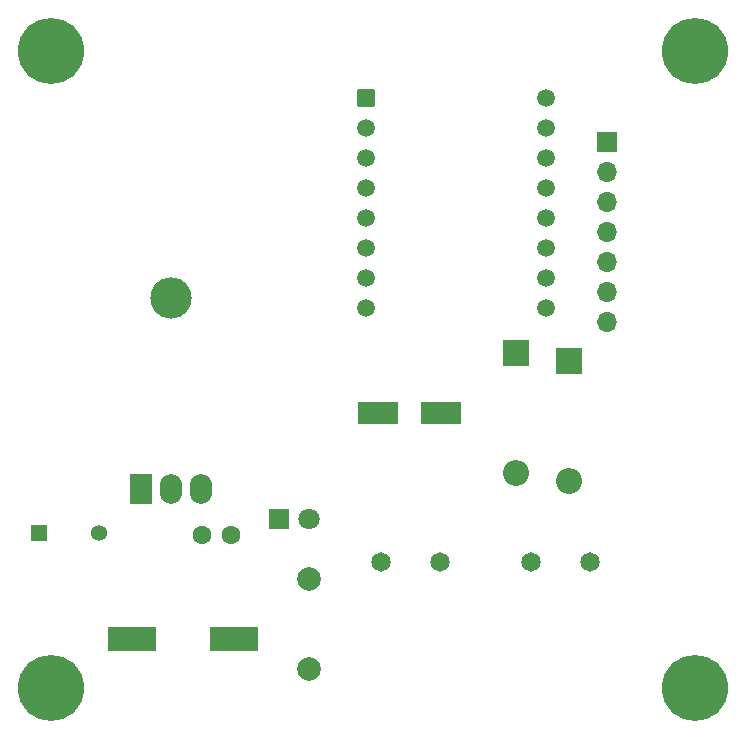
<source format=gbr>
%TF.GenerationSoftware,KiCad,Pcbnew,7.0.9*%
%TF.CreationDate,2025-09-04T13:27:59+02:00*%
%TF.ProjectId,Kicad_Projet_Sons_HW896_V1,4b696361-645f-4507-926f-6a65745f536f,rev?*%
%TF.SameCoordinates,Original*%
%TF.FileFunction,Soldermask,Top*%
%TF.FilePolarity,Negative*%
%FSLAX46Y46*%
G04 Gerber Fmt 4.6, Leading zero omitted, Abs format (unit mm)*
G04 Created by KiCad (PCBNEW 7.0.9) date 2025-09-04 13:27:59*
%MOMM*%
%LPD*%
G01*
G04 APERTURE LIST*
G04 Aperture macros list*
%AMRoundRect*
0 Rectangle with rounded corners*
0 $1 Rounding radius*
0 $2 $3 $4 $5 $6 $7 $8 $9 X,Y pos of 4 corners*
0 Add a 4 corners polygon primitive as box body*
4,1,4,$2,$3,$4,$5,$6,$7,$8,$9,$2,$3,0*
0 Add four circle primitives for the rounded corners*
1,1,$1+$1,$2,$3*
1,1,$1+$1,$4,$5*
1,1,$1+$1,$6,$7*
1,1,$1+$1,$8,$9*
0 Add four rect primitives between the rounded corners*
20,1,$1+$1,$2,$3,$4,$5,0*
20,1,$1+$1,$4,$5,$6,$7,0*
20,1,$1+$1,$6,$7,$8,$9,0*
20,1,$1+$1,$8,$9,$2,$3,0*%
G04 Aperture macros list end*
%ADD10C,5.600000*%
%ADD11R,1.800000X1.800000*%
%ADD12C,1.800000*%
%ADD13C,1.600000*%
%ADD14C,2.000000*%
%ADD15R,1.357000X1.357000*%
%ADD16C,1.357000*%
%ADD17R,2.200000X2.200000*%
%ADD18O,2.200000X2.200000*%
%ADD19R,1.700000X1.700000*%
%ADD20O,1.700000X1.700000*%
%ADD21R,3.500000X1.850000*%
%ADD22C,1.650000*%
%ADD23R,4.100000X2.000000*%
%ADD24RoundRect,0.102000X-0.654000X-0.654000X0.654000X-0.654000X0.654000X0.654000X-0.654000X0.654000X0*%
%ADD25C,1.512000*%
%ADD26O,3.500000X3.500000*%
%ADD27R,1.900000X2.500000*%
%ADD28O,1.900000X2.500000*%
G04 APERTURE END LIST*
D10*
%TO.C,REF\u002A\u002A*%
X173800000Y-104600000D03*
%TD*%
D11*
%TO.C,D3*%
X138660000Y-90280000D03*
D12*
X141200000Y-90280000D03*
%TD*%
D13*
%TO.C,C3*%
X132090000Y-91600000D03*
X134590000Y-91600000D03*
%TD*%
D14*
%TO.C,R1*%
X141200000Y-102980000D03*
X141200000Y-95360000D03*
%TD*%
D15*
%TO.C,C1*%
X118340000Y-91450000D03*
D16*
X123420000Y-91450000D03*
%TD*%
D10*
%TO.C,REF\u002A\u002A*%
X173800000Y-50600000D03*
%TD*%
D17*
%TO.C,D1*%
X158720000Y-76210000D03*
D18*
X158720000Y-86370000D03*
%TD*%
D19*
%TO.C,J10*%
X166400000Y-58320000D03*
D20*
X166400000Y-60860000D03*
X166400000Y-63400000D03*
X166400000Y-65940000D03*
X166400000Y-68480000D03*
X166400000Y-71020000D03*
X166400000Y-73560000D03*
%TD*%
D21*
%TO.C,C4*%
X146970000Y-81290000D03*
X152370000Y-81290000D03*
%TD*%
D22*
%TO.C,J1*%
X152290000Y-93900000D03*
X147290000Y-93900000D03*
%TD*%
D17*
%TO.C,D2*%
X163165000Y-76845000D03*
D18*
X163165000Y-87005000D03*
%TD*%
D10*
%TO.C,REF\u002A\u002A*%
X119300000Y-50600000D03*
%TD*%
D22*
%TO.C,J2*%
X164990000Y-93900000D03*
X159990000Y-93900000D03*
%TD*%
D23*
%TO.C,C2*%
X126150000Y-100440000D03*
X134850000Y-100440000D03*
%TD*%
D24*
%TO.C,U2*%
X146020000Y-54620000D03*
D25*
X146020000Y-57160000D03*
X146020000Y-59700000D03*
X146020000Y-62240000D03*
X146020000Y-64780000D03*
X146020000Y-67320000D03*
X146020000Y-69860000D03*
X146020000Y-72400000D03*
X161260000Y-72400000D03*
X161260000Y-69860000D03*
X161260000Y-67320000D03*
X161260000Y-64780000D03*
X161260000Y-62240000D03*
X161260000Y-59700000D03*
X161260000Y-57160000D03*
X161260000Y-54620000D03*
%TD*%
D10*
%TO.C,REF\u002A\u002A*%
X119300000Y-104600000D03*
%TD*%
D26*
%TO.C,U1*%
X129510000Y-71540000D03*
D27*
X126970000Y-87740000D03*
D28*
X129510000Y-87740000D03*
X132050000Y-87740000D03*
%TD*%
M02*

</source>
